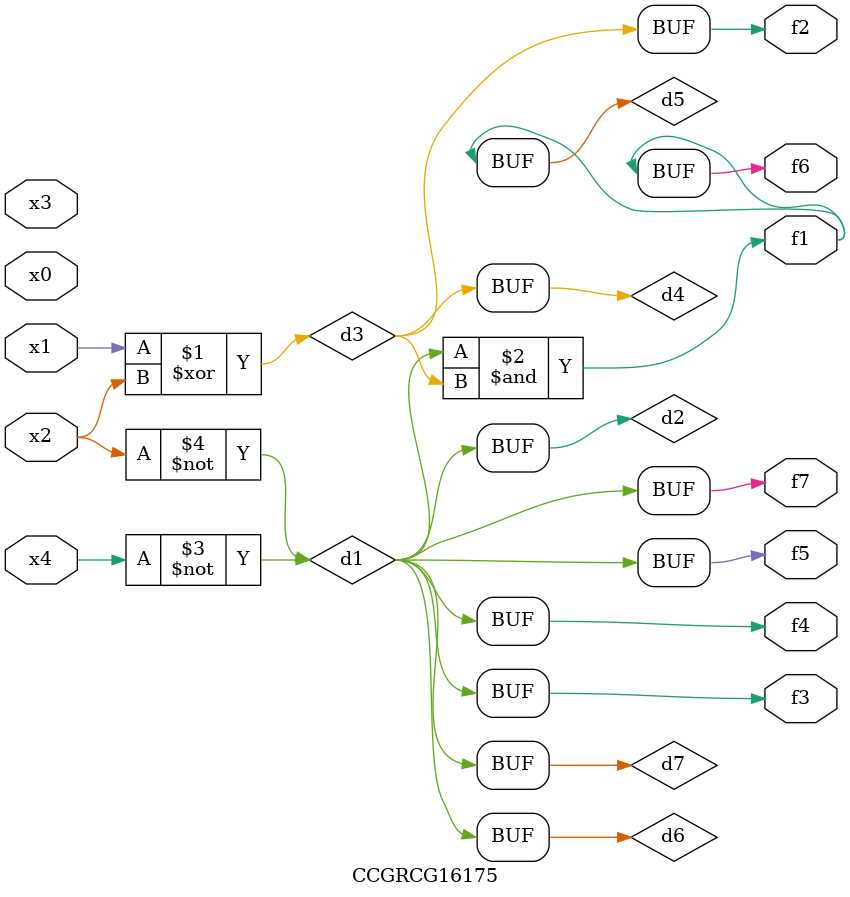
<source format=v>
module CCGRCG16175(
	input x0, x1, x2, x3, x4,
	output f1, f2, f3, f4, f5, f6, f7
);

	wire d1, d2, d3, d4, d5, d6, d7;

	not (d1, x4);
	not (d2, x2);
	xor (d3, x1, x2);
	buf (d4, d3);
	and (d5, d1, d3);
	buf (d6, d1, d2);
	buf (d7, d2);
	assign f1 = d5;
	assign f2 = d4;
	assign f3 = d7;
	assign f4 = d7;
	assign f5 = d7;
	assign f6 = d5;
	assign f7 = d7;
endmodule

</source>
